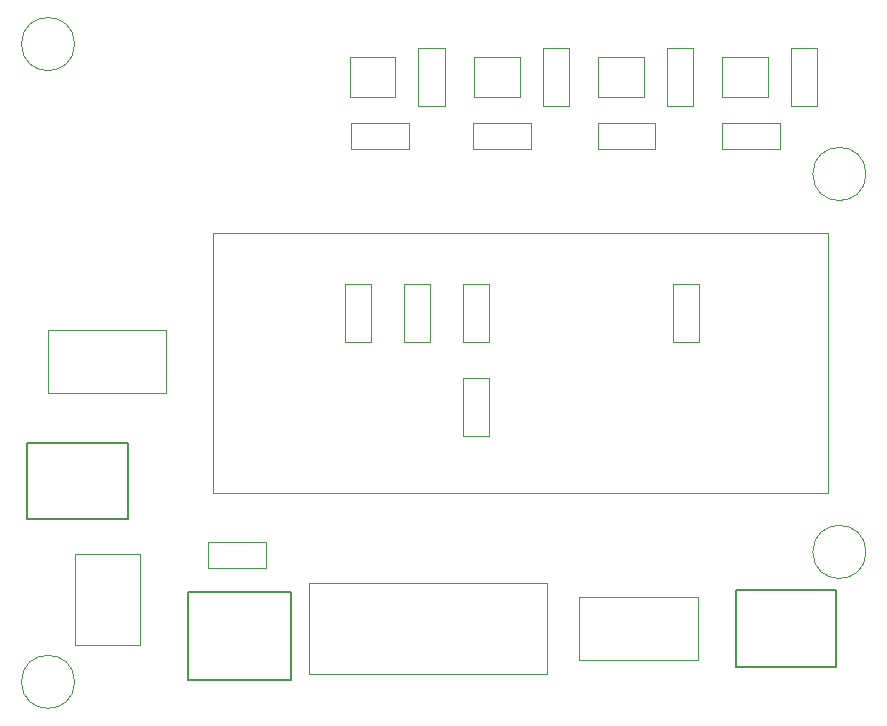
<source format=gbr>
%TF.GenerationSoftware,KiCad,Pcbnew,8.0.4*%
%TF.CreationDate,2025-01-16T17:17:22-06:00*%
%TF.ProjectId,KiCad-Pi-Pico,4b694361-642d-4506-992d-5069636f2e6b,1.0*%
%TF.SameCoordinates,Original*%
%TF.FileFunction,Other,User*%
%FSLAX46Y46*%
G04 Gerber Fmt 4.6, Leading zero omitted, Abs format (unit mm)*
G04 Created by KiCad (PCBNEW 8.0.4) date 2025-01-16 17:17:22*
%MOMM*%
%LPD*%
G01*
G04 APERTURE LIST*
%ADD10C,0.050000*%
%ADD11C,0.120000*%
%ADD12C,0.152400*%
G04 APERTURE END LIST*
D10*
%TO.C,U2*%
X112250000Y-116145000D02*
X117750000Y-116145000D01*
X112250000Y-123855000D02*
X112250000Y-116145000D01*
X117750000Y-116145000D02*
X117750000Y-123855000D01*
X117750000Y-123855000D02*
X112250000Y-123855000D01*
%TO.C,U4*%
X132137500Y-118650000D02*
X152237500Y-118650000D01*
X132137500Y-126350000D02*
X132137500Y-118650000D01*
X152237500Y-118650000D02*
X152237500Y-126350000D01*
X152237500Y-126350000D02*
X132137500Y-126350000D01*
%TO.C,R4*%
X167075000Y-79680000D02*
X171975000Y-79680000D01*
X167075000Y-81920000D02*
X167075000Y-79680000D01*
X171975000Y-79680000D02*
X171975000Y-81920000D01*
X171975000Y-81920000D02*
X167075000Y-81920000D01*
%TO.C,R5*%
X156525000Y-79680000D02*
X161425000Y-79680000D01*
X156525000Y-81920000D02*
X156525000Y-79680000D01*
X161425000Y-79680000D02*
X161425000Y-81920000D01*
X161425000Y-81920000D02*
X156525000Y-81920000D01*
%TO.C,R7*%
X145130000Y-101250000D02*
X147370000Y-101250000D01*
X145130000Y-106150000D02*
X145130000Y-101250000D01*
X147370000Y-101250000D02*
X147370000Y-106150000D01*
X147370000Y-106150000D02*
X145130000Y-106150000D01*
%TO.C,R10*%
X123550000Y-115130000D02*
X128450000Y-115130000D01*
X123550000Y-117370000D02*
X123550000Y-115130000D01*
X128450000Y-115130000D02*
X128450000Y-117370000D01*
X128450000Y-117370000D02*
X123550000Y-117370000D01*
D11*
%TO.C,U1*%
X124000000Y-89000000D02*
X176000000Y-89000000D01*
X124000000Y-111000000D02*
X124000000Y-89000000D01*
X176000000Y-89000000D02*
X176000000Y-111000000D01*
X176000000Y-111000000D02*
X124000000Y-111000000D01*
D10*
%TO.C,R1*%
X172905000Y-73350000D02*
X175145000Y-73350000D01*
X172905000Y-78250000D02*
X172905000Y-73350000D01*
X175145000Y-73350000D02*
X175145000Y-78250000D01*
X175145000Y-78250000D02*
X172905000Y-78250000D01*
%TO.C,R8*%
X135625000Y-79680000D02*
X140525000Y-79680000D01*
X135625000Y-81920000D02*
X135625000Y-79680000D01*
X140525000Y-79680000D02*
X140525000Y-81920000D01*
X140525000Y-81920000D02*
X135625000Y-81920000D01*
%TO.C,RV1*%
X154980000Y-119810000D02*
X165020000Y-119810000D01*
X165020000Y-125140000D01*
X154980000Y-125140000D01*
X154980000Y-119810000D01*
%TO.C,R14*%
X162880000Y-93300000D02*
X165120000Y-93300000D01*
X162880000Y-98200000D02*
X162880000Y-93300000D01*
X165120000Y-93300000D02*
X165120000Y-98200000D01*
X165120000Y-98200000D02*
X162880000Y-98200000D01*
D12*
%TO.C,SW1*%
X168246700Y-119248800D02*
X176753300Y-119248800D01*
X168246700Y-125751200D02*
X168246700Y-119248800D01*
X176753300Y-119248800D02*
X176753300Y-125751200D01*
X176753300Y-125751200D02*
X168246700Y-125751200D01*
D10*
%TO.C,R9*%
X141355000Y-73350000D02*
X143595000Y-73350000D01*
X141355000Y-78250000D02*
X141355000Y-73350000D01*
X143595000Y-73350000D02*
X143595000Y-78250000D01*
X143595000Y-78250000D02*
X141355000Y-78250000D01*
%TO.C,R11*%
X135130000Y-93300000D02*
X137370000Y-93300000D01*
X135130000Y-98200000D02*
X135130000Y-93300000D01*
X137370000Y-93300000D02*
X137370000Y-98200000D01*
X137370000Y-98200000D02*
X135130000Y-98200000D01*
%TO.C,R2*%
X162405000Y-73350000D02*
X164645000Y-73350000D01*
X162405000Y-78250000D02*
X162405000Y-73350000D01*
X164645000Y-73350000D02*
X164645000Y-78250000D01*
X164645000Y-78250000D02*
X162405000Y-78250000D01*
D12*
%TO.C,U5*%
X121848500Y-119388500D02*
X130611500Y-119388500D01*
X121848500Y-126881500D02*
X121848500Y-119388500D01*
X130611500Y-119388500D02*
X130611500Y-126881500D01*
X130611500Y-126881500D02*
X121848500Y-126881500D01*
D10*
%TO.C,REF\u002A\u002A*%
X112250000Y-73000000D02*
G75*
G02*
X107750000Y-73000000I-2250000J0D01*
G01*
X107750000Y-73000000D02*
G75*
G02*
X112250000Y-73000000I2250000J0D01*
G01*
%TO.C,R13*%
X145130000Y-93350000D02*
X147370000Y-93350000D01*
X145130000Y-98250000D02*
X145130000Y-93350000D01*
X147370000Y-93350000D02*
X147370000Y-98250000D01*
X147370000Y-98250000D02*
X145130000Y-98250000D01*
%TO.C,Q4*%
X135555000Y-74100000D02*
X135555000Y-77500000D01*
X135555000Y-77500000D02*
X139395000Y-77500000D01*
X139395000Y-74100000D02*
X135555000Y-74100000D01*
X139395000Y-77500000D02*
X139395000Y-74100000D01*
%TO.C,Q3*%
X146105000Y-74100000D02*
X146105000Y-77500000D01*
X146105000Y-77500000D02*
X149945000Y-77500000D01*
X149945000Y-74100000D02*
X146105000Y-74100000D01*
X149945000Y-77500000D02*
X149945000Y-74100000D01*
%TO.C,REF\u002A\u002A*%
X179250000Y-116000000D02*
G75*
G02*
X174750000Y-116000000I-2250000J0D01*
G01*
X174750000Y-116000000D02*
G75*
G02*
X179250000Y-116000000I2250000J0D01*
G01*
%TO.C,R3*%
X151905000Y-73350000D02*
X154145000Y-73350000D01*
X151905000Y-78250000D02*
X151905000Y-73350000D01*
X154145000Y-73350000D02*
X154145000Y-78250000D01*
X154145000Y-78250000D02*
X151905000Y-78250000D01*
%TO.C,Q1*%
X167105000Y-74100000D02*
X167105000Y-77500000D01*
X167105000Y-77500000D02*
X170945000Y-77500000D01*
X170945000Y-74100000D02*
X167105000Y-74100000D01*
X170945000Y-77500000D02*
X170945000Y-74100000D01*
%TO.C,RV2*%
X109980000Y-97207500D02*
X120020000Y-97207500D01*
X120020000Y-102537500D01*
X109980000Y-102537500D01*
X109980000Y-97207500D01*
%TO.C,REF\u002A\u002A*%
X179250000Y-84000000D02*
G75*
G02*
X174750000Y-84000000I-2250000J0D01*
G01*
X174750000Y-84000000D02*
G75*
G02*
X179250000Y-84000000I2250000J0D01*
G01*
%TO.C,R6*%
X146025000Y-79680000D02*
X150925000Y-79680000D01*
X146025000Y-81920000D02*
X146025000Y-79680000D01*
X150925000Y-79680000D02*
X150925000Y-81920000D01*
X150925000Y-81920000D02*
X146025000Y-81920000D01*
%TO.C,Q2*%
X156605000Y-74100000D02*
X156605000Y-77500000D01*
X156605000Y-77500000D02*
X160445000Y-77500000D01*
X160445000Y-74100000D02*
X156605000Y-74100000D01*
X160445000Y-77500000D02*
X160445000Y-74100000D01*
D12*
%TO.C,SW2*%
X108246700Y-106748800D02*
X116753300Y-106748800D01*
X108246700Y-113251200D02*
X108246700Y-106748800D01*
X116753300Y-106748800D02*
X116753300Y-113251200D01*
X116753300Y-113251200D02*
X108246700Y-113251200D01*
D10*
%TO.C,R12*%
X140130000Y-93350000D02*
X142370000Y-93350000D01*
X140130000Y-98250000D02*
X140130000Y-93350000D01*
X142370000Y-93350000D02*
X142370000Y-98250000D01*
X142370000Y-98250000D02*
X140130000Y-98250000D01*
%TO.C,REF\u002A\u002A*%
X112250000Y-127000000D02*
G75*
G02*
X107750000Y-127000000I-2250000J0D01*
G01*
X107750000Y-127000000D02*
G75*
G02*
X112250000Y-127000000I2250000J0D01*
G01*
%TD*%
M02*

</source>
